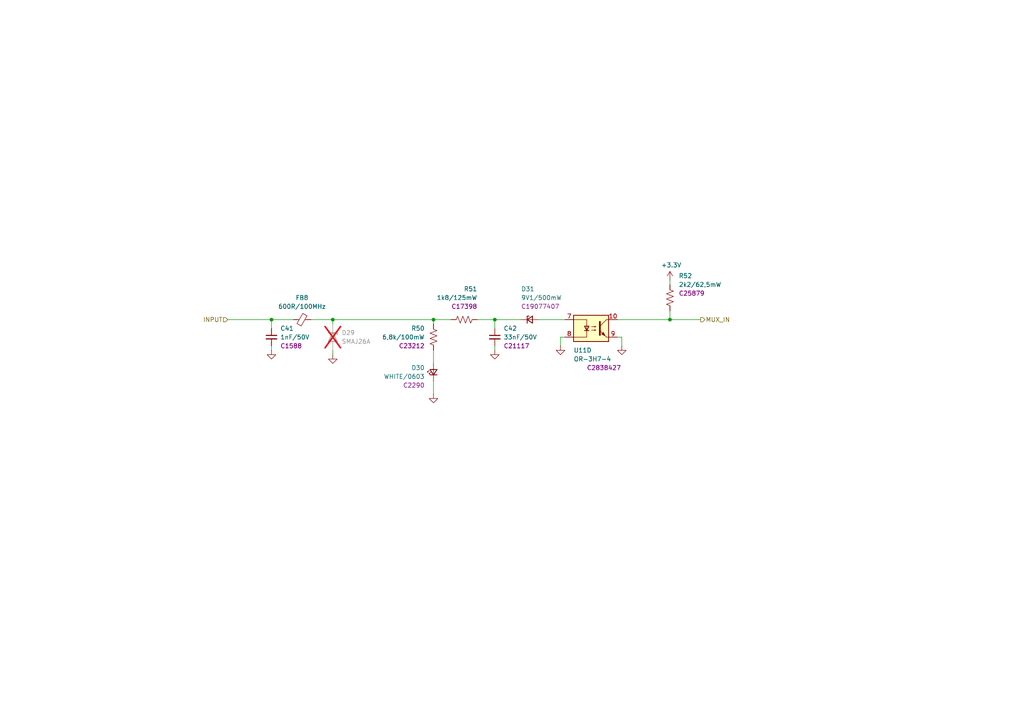
<source format=kicad_sch>
(kicad_sch (version 20231120) (generator "eeschema") (generator_version "8.0")
  (paper "A4")
  (lib_symbols
    (symbol "Device:C_Small" (pin_numbers hide) (pin_names (offset 0.254) hide)
      (property "Reference" "C" (at 0.254 1.778 0))
      (property "Value" "C_Small" (at 0.254 -2.032 0))
      (symbol "C_Small_0_1"
        (polyline (pts (xy -1.524 -0.508) (xy 1.524 -0.508)) (stroke (width 0.3302)))
        (polyline (pts (xy -1.524 0.508) (xy 1.524 0.508)) (stroke (width 0.3048)))
      )
      (symbol "C_Small_1_1"
        (pin passive line (at 0 2.54 270) (length 2.032) (name "~") (number "1"))
        (pin passive line (at 0 -2.54 90) (length 2.032) (name "~") (number "2"))
      )
    )
    (symbol "Device:D_Zener_Small" (pin_numbers hide) (pin_names (offset 0.254) hide)
      (property "Reference" "D" (at 0 2.286 0))
      (property "Value" "D_Zener_Small" (at 0 -2.286 0))
      (symbol "D_Zener_Small_0_1"
        (polyline (pts (xy 0.762 0) (xy -0.762 0)))
        (polyline (pts (xy -0.254 1.016) (xy -0.762 1.016) (xy -0.762 -1.016)) (stroke (width 0.254)))
        (polyline (pts (xy 0.762 1.016) (xy -0.762 0) (xy 0.762 -1.016) (xy 0.762 1.016)) (stroke (width 0.254)))
      )
      (symbol "D_Zener_Small_1_1"
        (pin passive line (at -2.54 0 0) (length 1.778) (name "K") (number "1"))
        (pin passive line (at 2.54 0 180) (length 1.778) (name "A") (number "2"))
      )
    )
    (symbol "Device:FerriteBead_Small" (pin_numbers hide) (pin_names (offset 0))
      (property "Reference" "FB" (at 1.905 1.27 0))
      (property "Value" "FerriteBead_Small" (at 1.905 -1.27 0))
      (symbol "FerriteBead_Small_0_1"
        (polyline (pts (xy 0 -1.27) (xy 0 -0.7874)))
        (polyline (pts (xy 0 0.889) (xy 0 1.2954)))
        (polyline (pts (xy -1.8288 0.2794) (xy -1.1176 1.4986) (xy 1.8288 -0.2032) (xy 1.1176 -1.4224) (xy -1.8288 0.2794)))
      )
      (symbol "FerriteBead_Small_1_1"
        (pin passive line (at 0 2.54 270) (length 1.27) (name "~") (number "1"))
        (pin passive line (at 0 -2.54 90) (length 1.27) (name "~") (number "2"))
      )
    )
    (symbol "Device:LED_Small" (pin_numbers hide) (pin_names (offset 0.254) hide)
      (property "Reference" "D" (at -1.27 3.175 0))
      (property "Value" "LED_Small" (at -4.445 -2.54 0))
      (symbol "LED_Small_0_1"
        (polyline (pts (xy -0.762 -1.016) (xy -0.762 1.016)) (stroke (width 0.254)))
        (polyline (pts (xy 1.016 0) (xy -0.762 0)))
        (polyline (pts (xy 0.762 -1.016) (xy -0.762 0) (xy 0.762 1.016) (xy 0.762 -1.016)) (stroke (width 0.254)))
        (polyline (pts (xy 0 0.762) (xy -0.508 1.27) (xy -0.254 1.27) (xy -0.508 1.27) (xy -0.508 1.016)))
        (polyline (pts (xy 0.508 1.27) (xy 0 1.778) (xy 0.254 1.778) (xy 0 1.778) (xy 0 1.524)))
      )
      (symbol "LED_Small_1_1"
        (pin passive line (at -2.54 0 0) (length 1.778) (name "K") (number "1"))
        (pin passive line (at 2.54 0 180) (length 1.778) (name "A") (number "2"))
      )
    )
    (symbol "Device:R_US" (pin_numbers hide) (pin_names (offset 0))
      (property "Reference" "R" (at 2.54 0 90))
      (property "Value" "R_US" (at -2.54 0 90))
      (symbol "R_US_0_1"
        (polyline (pts (xy 0 -2.286) (xy 0 -2.54)))
        (polyline (pts (xy 0 2.286) (xy 0 2.54)))
        (polyline (pts (xy 0 -0.762) (xy 1.016 -1.143) (xy 0 -1.524) (xy -1.016 -1.905) (xy 0 -2.286)))
        (polyline (pts (xy 0 0.762) (xy 1.016 0.381) (xy 0 0) (xy -1.016 -0.381) (xy 0 -0.762)))
        (polyline (pts (xy 0 2.286) (xy 1.016 1.905) (xy 0 1.524) (xy -1.016 1.143) (xy 0 0.762)))
      )
      (symbol "R_US_1_1"
        (pin passive line (at 0 3.81 270) (length 1.27) (name "~") (number "1"))
        (pin passive line (at 0 -3.81 90) (length 1.27) (name "~") (number "2"))
      )
    )
    (symbol "Diode:SMAJ26A" (pin_numbers hide) (pin_names (offset 1.016) hide)
      (property "Reference" "D" (at 0 2.54 0))
      (property "Value" "SMAJ26A" (at 0 -2.54 0))
      (symbol "SMAJ26A_0_1"
        (polyline (pts (xy -0.762 1.27) (xy -1.27 1.27) (xy -1.27 -1.27)) (stroke (width 0.254)))
        (polyline (pts (xy 1.27 1.27) (xy 1.27 -1.27) (xy -1.27 0) (xy 1.27 1.27)) (stroke (width 0.254)))
      )
      (symbol "SMAJ26A_1_1"
        (pin passive line (at -3.81 0 0) (length 2.54) (name "A1") (number "1"))
        (pin passive line (at 3.81 0 180) (length 2.54) (name "A2") (number "2"))
      )
    )
    (symbol "Tales:+3.3V" (power) (pin_names (offset 0))
      (property "Value" "+3.3V" (at 0 3.556 0))
      (symbol "+3.3V_0_1"
        (polyline (pts (xy -0.762 1.27) (xy 0 2.54)))
        (polyline (pts (xy 0 0) (xy 0 2.54)))
        (polyline (pts (xy 0 2.54) (xy 0.762 1.27)))
      )
      (symbol "+3.3V_1_1"
        (pin power_in line (at 0 0 90) (length 0) hide (name "+3.3V") (number "1"))
      )
    )
    (symbol "Tales:OR-3H7-4" (pin_names (offset 1.016))
      (property "Reference" "U" (at -5.08 5.08 0))
      (property "Value" "OR-3H7-4" (at 0 5.08 0))
      (symbol "OR-3H7-4_0_1"
        (rectangle (start -5.08 3.81) (end 5.08 -3.81) (stroke (width 0.254)) (fill (type background)))
        (polyline (pts (xy -1.905 -0.635) (xy -0.635 -0.635)) (stroke (width 0.254)))
        (polyline (pts (xy 2.54 0.635) (xy 4.445 2.54)))
        (polyline (pts (xy 4.445 -2.54) (xy 2.54 -0.635)) (fill (type outline)))
        (polyline (pts (xy 4.445 -2.54) (xy 5.08 -2.54)))
        (polyline (pts (xy 4.445 2.54) (xy 5.08 2.54)))
        (polyline (pts (xy -5.08 2.54) (xy -1.27 2.54) (xy -1.27 -0.635)))
        (polyline (pts (xy -1.27 -0.635) (xy -1.27 -2.54) (xy -5.08 -2.54)))
        (polyline (pts (xy 2.54 1.905) (xy 2.54 -1.905) (xy 2.54 -1.905)) (stroke (width 0.508)))
        (polyline (pts (xy -1.27 -0.635) (xy -1.905 0.635) (xy -0.635 0.635) (xy -1.27 -0.635)) (stroke (width 0.254)))
        (polyline (pts (xy 0.127 -0.508) (xy 1.397 -0.508) (xy 1.016 -0.635) (xy 1.016 -0.381) (xy 1.397 -0.508)))
        (polyline (pts (xy 0.127 0.508) (xy 1.397 0.508) (xy 1.016 0.381) (xy 1.016 0.635) (xy 1.397 0.508)))
        (polyline (pts (xy 3.048 -1.651) (xy 3.556 -1.143) (xy 4.064 -2.159) (xy 3.048 -1.651) (xy 3.048 -1.651)) (fill (type outline)))
      )
      (symbol "OR-3H7-4_1_1"
        (pin passive line (at -7.62 2.54 0) (length 2.54) (name "~") (number "1"))
        (pin passive line (at 7.62 -2.54 180) (length 2.54) (name "~") (number "15"))
        (pin passive line (at 7.62 2.54 180) (length 2.54) (name "~") (number "16"))
        (pin passive line (at -7.62 -2.54 0) (length 2.54) (name "~") (number "2"))
      )
      (symbol "OR-3H7-4_2_1"
        (pin passive line (at 7.62 -2.54 180) (length 2.54) (name "~") (number "13"))
        (pin passive line (at 7.62 2.54 180) (length 2.54) (name "~") (number "14"))
        (pin passive line (at -7.62 2.54 0) (length 2.54) (name "~") (number "3"))
        (pin passive line (at -7.62 -2.54 0) (length 2.54) (name "~") (number "4"))
      )
      (symbol "OR-3H7-4_3_1"
        (pin passive line (at 7.62 -2.54 180) (length 2.54) (name "~") (number "11"))
        (pin passive line (at 7.62 2.54 180) (length 2.54) (name "~") (number "12"))
        (pin passive line (at -7.62 2.54 0) (length 2.54) (name "~") (number "5"))
        (pin passive line (at -7.62 -2.54 0) (length 2.54) (name "~") (number "6"))
      )
      (symbol "OR-3H7-4_4_1"
        (pin passive line (at 7.62 2.54 180) (length 2.54) (name "~") (number "10"))
        (pin passive line (at -7.62 2.54 0) (length 2.54) (name "~") (number "7"))
        (pin passive line (at -7.62 -2.54 0) (length 2.54) (name "~") (number "8"))
        (pin passive line (at 7.62 -2.54 180) (length 2.54) (name "~") (number "9"))
      )
    )
    (symbol "power:GND" (power) (pin_numbers hide) (pin_names (offset 0) hide)
      (property "Value" "GND" (at 0 -3.81 0))
      (symbol "GND_0_1"
        (polyline (pts (xy 0 0) (xy 0 -1.27) (xy 1.27 -1.27) (xy 0 -2.54) (xy -1.27 -1.27) (xy 0 -1.27)))
      )
      (symbol "GND_1_1"
        (pin power_in line (at 0 0 270) (length 0) (name "~") (number "1"))
      )
    )
  )
  (junction (at 96.52 92.71))
  (junction (at 78.74 92.71))
  (junction (at 143.51 92.71))
  (junction (at 125.73 92.71))
  (junction (at 194.31 92.71))
  (wire (pts (xy 96.52 92.71) (xy 96.52 93.98)))
  (wire (pts (xy 180.34 97.79) (xy 180.34 100.33)))
  (wire (pts (xy 179.07 92.71) (xy 194.31 92.71)))
  (wire (pts (xy 138.43 92.71) (xy 143.51 92.71)))
  (wire (pts (xy 194.31 81.28) (xy 194.31 82.55)))
  (wire (pts (xy 194.31 92.71) (xy 203.2 92.71)))
  (wire (pts (xy 194.31 90.17) (xy 194.31 92.71)))
  (wire (pts (xy 156.21 92.71) (xy 163.83 92.71)))
  (wire (pts (xy 143.51 100.33) (xy 143.51 101.6)))
  (wire (pts (xy 125.73 110.49) (xy 125.73 114.3)))
  (wire (pts (xy 96.52 101.6) (xy 96.52 102.87)))
  (wire (pts (xy 143.51 95.25) (xy 143.51 92.71)))
  (wire (pts (xy 143.51 92.71) (xy 151.13 92.71)))
  (wire (pts (xy 66.04 92.71) (xy 78.74 92.71)))
  (wire (pts (xy 125.73 92.71) (xy 125.73 93.98)))
  (wire (pts (xy 125.73 101.6) (xy 125.73 105.41)))
  (wire (pts (xy 96.52 92.71) (xy 125.73 92.71)))
  (wire (pts (xy 179.07 97.79) (xy 180.34 97.79)))
  (wire (pts (xy 162.56 97.79) (xy 162.56 100.33)))
  (wire (pts (xy 78.74 92.71) (xy 85.09 92.71)))
  (wire (pts (xy 78.74 92.71) (xy 78.74 95.25)))
  (wire (pts (xy 163.83 97.79) (xy 162.56 97.79)))
  (wire (pts (xy 125.73 92.71) (xy 130.81 92.71)))
  (wire (pts (xy 90.17 92.71) (xy 96.52 92.71)))
  (wire (pts (xy 78.74 100.33) (xy 78.74 101.6)))
  (hierarchical_label "INPUT" (shape input) (at 66.04 92.71 180))
  (hierarchical_label "MUX_IN" (shape output) (at 203.2 92.71 0))
  (symbol (lib_id "Device:R_US") (at 134.62 92.71 270) (unit 1)
    (property "Reference" "R51" (at 138.43 83.82 90) (effects (justify right)))
    (property "Value" "1k8/125mW" (at 138.43 86.36 90) (effects (justify right)))
    (property "Footprint" "Tales:R_0805_2012Metric" (effects (hide yes)))
    (property "Case" "0805/2012" (effects (hide yes)))
    (property "Mfr" "Uniroyal" (effects (hide yes)))
    (property "Vendor" "JLCPCB" (effects (hide yes)))
    (property "Mfr PN" "0805W8F1801T5E" (effects (hide yes)))
    (property "Vendor PN" "C17398" (effects (hide yes)))
    (property "LCSC Part #" "C17398" (at 138.43 88.9 90) (effects (justify right)))
    (property "JLCPCB BOM" "1" (effects (hide yes)))
    (instances (project "esp-24v-16ch-v4" (path "" (reference "R51") (unit 1)) (path "" (reference "R39") (unit 1)) (path "" (reference "R60") (unit 1)) (path "" (reference "R42") (unit 1)) (path "" (reference "R45") (unit 1)) (path "" (reference "R54") (unit 1)) (path "" (reference "R57") (unit 1)) (path "" (reference "R66") (unit 1)) (path "" (reference "R69") (unit 1)) (path "" (reference "R33") (unit 1)) (path "" (reference "R75") (unit 1)) (path "" (reference "R63") (unit 1)) (path "" (reference "R72") (unit 1)) (path "" (reference "R48") (unit 1)) (path "" (reference "R30") (unit 1)) (path "" (reference "R36") (unit 1))))
  )
  (symbol (lib_id "power:GND") (at 125.73 114.3 0) (unit 1)
    (property "Reference" "#PWR0138" (effects (hide yes)))
    (property "Value" "GND" (effects (hide yes)))
    (property "Description" "Power symbol creates a global label with name \"GND\" , ground" (effects (hide yes)))
    (instances (project "esp-24v-16ch-v4" (path "" (reference "#PWR0138") (unit 1)) (path "" (reference "#PWR0110") (unit 1)) (path "" (reference "#PWR0159") (unit 1)) (path "" (reference "#PWR0117") (unit 1)) (path "" (reference "#PWR0124") (unit 1)) (path "" (reference "#PWR0145") (unit 1)) (path "" (reference "#PWR0152") (unit 1)) (path "" (reference "#PWR0173") (unit 1)) (path "" (reference "#PWR0180") (unit 1)) (path "" (reference "#PWR096") (unit 1)) (path "" (reference "#PWR0194") (unit 1)) (path "" (reference "#PWR0166") (unit 1)) (path "" (reference "#PWR0187") (unit 1)) (path "" (reference "#PWR0131") (unit 1)) (path "" (reference "#PWR089") (unit 1)) (path "" (reference "#PWR0103") (unit 1))))
  )
  (symbol (lib_id "power:GND") (at 78.74 101.6 0) (unit 1)
    (property "Reference" "#PWR0136" (effects (hide yes)))
    (property "Value" "GND" (effects (hide yes)))
    (property "Description" "Power symbol creates a global label with name \"GND\" , ground" (effects (hide yes)))
    (instances (project "esp-24v-16ch-v4" (path "" (reference "#PWR0136") (unit 1)) (path "" (reference "#PWR0108") (unit 1)) (path "" (reference "#PWR0157") (unit 1)) (path "" (reference "#PWR0115") (unit 1)) (path "" (reference "#PWR0122") (unit 1)) (path "" (reference "#PWR0143") (unit 1)) (path "" (reference "#PWR0150") (unit 1)) (path "" (reference "#PWR0171") (unit 1)) (path "" (reference "#PWR0178") (unit 1)) (path "" (reference "#PWR094") (unit 1)) (path "" (reference "#PWR0192") (unit 1)) (path "" (reference "#PWR0164") (unit 1)) (path "" (reference "#PWR0185") (unit 1)) (path "" (reference "#PWR0129") (unit 1)) (path "" (reference "#PWR087") (unit 1)) (path "" (reference "#PWR0101") (unit 1))))
  )
  (symbol (lib_id "Device:FerriteBead_Small") (at 87.63 92.71 90) (unit 1)
    (property "Reference" "FB8" (at 87.5919 86.36 90))
    (property "Value" "600R/100MHz" (at 87.5919 88.9 90))
    (property "Footprint" "Tales:R_0603_1608Metric" (effects (hide yes)))
    (property "Description" "Ferrite bead, small symbol" (effects (hide yes)))
    (property "Case" "0603/1608" (effects (hide yes)))
    (property "JLCPCB BOM" "1" (effects (hide yes)))
    (property "LCSC Part #" "C85833" (effects (hide yes)))
    (property "Mfr" "Murata Electronics" (effects (hide yes)))
    (property "Mfr PN" "BLM18KG601SN1D" (effects (hide yes)))
    (property "Technology" "Ferrite Bead" (effects (hide yes)))
    (property "Vendor" "JLCPCB" (effects (hide yes)))
    (property "Vendor PN" "C85833" (effects (hide yes)))
    (instances (project "esp-24v-16ch-v4" (path "" (reference "FB8") (unit 1)) (path "" (reference "FB4") (unit 1)) (path "" (reference "FB11") (unit 1)) (path "" (reference "FB5") (unit 1)) (path "" (reference "FB6") (unit 1)) (path "" (reference "FB9") (unit 1)) (path "" (reference "FB10") (unit 1)) (path "" (reference "FB13") (unit 1)) (path "" (reference "FB14") (unit 1)) (path "" (reference "FB2") (unit 1)) (path "" (reference "FB16") (unit 1)) (path "" (reference "FB12") (unit 1)) (path "" (reference "FB15") (unit 1)) (path "" (reference "FB7") (unit 1)) (path "" (reference "FB1") (unit 1)) (path "" (reference "FB3") (unit 1))))
  )
  (symbol (lib_id "Diode:SMAJ26A") (at 96.52 97.79 270) (unit 1) (in_bom no) (on_board no) (dnp yes)
    (property "Reference" "D29" (at 99.06 96.5199 90) (effects (justify left)))
    (property "Value" "SMAJ26A" (at 99.06 99.0599 90) (effects (justify left)))
    (property "Footprint" "Tales:D_SMA" (effects (hide yes)))
    (property "Datasheet" "https://www.littelfuse.com/media?resourcetype=datasheets&itemid=75e32973-b177-4ee3-a0ff-cedaf1abdb93&filename=smaj-datasheet" (effects (hide yes)))
    (property "Description" "400W unidirectional Transient Voltage Suppressor, 26.0Vr, SMA(DO-214AC)" (effects (hide yes)))
    (property "Case" "SMA" (effects (hide yes)))
    (property "JLCPCB BOM" "1" (effects (hide yes)))
    (property "LCSC Part #" "C19077543" (effects (hide yes)))
    (property "Mfr" "hongjiacheng" (effects (hide yes)))
    (property "Mfr PN" "SMAJ26A" (effects (hide yes)))
    (property "Technology" "TVS" (effects (hide yes)))
    (property "Vendor" "JLCPCB" (effects (hide yes)))
    (property "Vendor PN" "C19077543" (effects (hide yes)))
    (instances (project "esp-24v-16ch-v4" (path "" (reference "D29") (unit 1)) (path "" (reference "D17") (unit 1)) (path "" (reference "D38") (unit 1)) (path "" (reference "D20") (unit 1)) (path "" (reference "D23") (unit 1)) (path "" (reference "D32") (unit 1)) (path "" (reference "D35") (unit 1)) (path "" (reference "D44") (unit 1)) (path "" (reference "D47") (unit 1)) (path "" (reference "D11") (unit 1)) (path "" (reference "D53") (unit 1)) (path "" (reference "D41") (unit 1)) (path "" (reference "D50") (unit 1)) (path "" (reference "D26") (unit 1)) (path "" (reference "D8") (unit 1)) (path "" (reference "D14") (unit 1))))
  )
  (symbol (lib_id "Device:C_Small") (at 143.51 97.79 0) (unit 1)
    (property "Reference" "C42" (at 146.05 95.2562 0) (effects (justify left)))
    (property "Value" "33nF/50V" (at 146.05 97.7962 0) (effects (justify left)))
    (property "Footprint" "Tales:C_0603_1608Metric" (effects (hide yes)))
    (property "Technology" "Ceramic X7R" (effects (hide yes)))
    (property "Case" "0603/1608" (effects (hide yes)))
    (property "Mfr" "Samsung" (effects (hide yes)))
    (property "Mfr PN" "CL10B333KB8NNNC" (effects (hide yes)))
    (property "Vendor" "JLCPCB" (effects (hide yes)))
    (property "Vendor PN" "C21117" (effects (hide yes)))
    (property "LCSC Part #" "C21117" (at 146.05 100.3362 0) (effects (justify left)))
    (property "JLCPCB BOM" "1" (effects (hide yes)))
    (instances (project "esp-24v-16ch-v4" (path "" (reference "C42") (unit 1)) (path "" (reference "C34") (unit 1)) (path "" (reference "C48") (unit 1)) (path "" (reference "C36") (unit 1)) (path "" (reference "C38") (unit 1)) (path "" (reference "C44") (unit 1)) (path "" (reference "C46") (unit 1)) (path "" (reference "C52") (unit 1)) (path "" (reference "C54") (unit 1)) (path "" (reference "C30") (unit 1)) (path "" (reference "C58") (unit 1)) (path "" (reference "C50") (unit 1)) (path "" (reference "C56") (unit 1)) (path "" (reference "C40") (unit 1)) (path "" (reference "C28") (unit 1)) (path "" (reference "C32") (unit 1))))
  )
  (symbol (lib_id "power:GND") (at 162.56 100.33 0) (unit 1)
    (property "Reference" "#PWR0140" (effects (hide yes)))
    (property "Value" "GND" (effects (hide yes)))
    (property "Description" "Power symbol creates a global label with name \"GND\" , ground" (effects (hide yes)))
    (instances (project "esp-24v-16ch-v4" (path "" (reference "#PWR0140") (unit 1)) (path "" (reference "#PWR0112") (unit 1)) (path "" (reference "#PWR0161") (unit 1)) (path "" (reference "#PWR0119") (unit 1)) (path "" (reference "#PWR0126") (unit 1)) (path "" (reference "#PWR0147") (unit 1)) (path "" (reference "#PWR0154") (unit 1)) (path "" (reference "#PWR0175") (unit 1)) (path "" (reference "#PWR0182") (unit 1)) (path "" (reference "#PWR098") (unit 1)) (path "" (reference "#PWR0196") (unit 1)) (path "" (reference "#PWR0168") (unit 1)) (path "" (reference "#PWR0189") (unit 1)) (path "" (reference "#PWR0133") (unit 1)) (path "" (reference "#PWR091") (unit 1)) (path "" (reference "#PWR0105") (unit 1))))
  )
  (symbol (lib_id "Device:LED_Small") (at 125.73 107.95 90) (unit 1)
    (property "Reference" "D30" (at 123.19 106.68 90) (effects (justify left)))
    (property "Value" "WHITE/0603" (at 123.19 109.22 90) (effects (justify left)))
    (property "Footprint" "Tales:LED_0603_1608Metric" (effects (hide yes)))
    (property "Case" "0603/1608" (effects (hide yes)))
    (property "Mfr" "Hubei KENTO Elec" (effects (hide yes)))
    (property "Mfr PN" "KT-0603W" (effects (hide yes)))
    (property "Vendor" "JLCPCB" (effects (hide yes)))
    (property "Vendor PN" "C2290" (effects (hide yes)))
    (property "LCSC Part #" "C2290" (at 123.19 111.76 90) (effects (justify left)))
    (property "JLCPCB BOM" "1" (effects (hide yes)))
    (instances (project "esp-24v-16ch-v4" (path "" (reference "D30") (unit 1)) (path "" (reference "D18") (unit 1)) (path "" (reference "D39") (unit 1)) (path "" (reference "D21") (unit 1)) (path "" (reference "D24") (unit 1)) (path "" (reference "D33") (unit 1)) (path "" (reference "D36") (unit 1)) (path "" (reference "D45") (unit 1)) (path "" (reference "D48") (unit 1)) (path "" (reference "D12") (unit 1)) (path "" (reference "D54") (unit 1)) (path "" (reference "D42") (unit 1)) (path "" (reference "D51") (unit 1)) (path "" (reference "D27") (unit 1)) (path "" (reference "D9") (unit 1)) (path "" (reference "D15") (unit 1))))
  )
  (symbol (lib_id "Device:D_Zener_Small") (at 153.67 92.71 0) (unit 1)
    (property "Reference" "D31" (at 151.13 83.82 0) (effects (justify left)))
    (property "Value" "9V1/500mW" (at 151.13 86.36 0) (effects (justify left)))
    (property "Footprint" "Tales:D_SOD-123" (effects (hide yes)))
    (property "Case" "SOD-123" (effects (hide yes)))
    (property "Mfr" "hongjiacheng" (effects (hide yes)))
    (property "Mfr PN" "BZT52C9V1" (effects (hide yes)))
    (property "Technology" "Zener" (effects (hide yes)))
    (property "Vendor" "JLCPCB" (effects (hide yes)))
    (property "Vendor PN" "C19077407" (effects (hide yes)))
    (property "JLCPCB BOM" "1" (effects (hide yes)))
    (property "LCSC Part #" "C19077407" (at 151.13 88.9 0) (effects (justify left)))
    (instances (project "esp-24v-16ch-v4" (path "" (reference "D31") (unit 1)) (path "" (reference "D19") (unit 1)) (path "" (reference "D40") (unit 1)) (path "" (reference "D22") (unit 1)) (path "" (reference "D25") (unit 1)) (path "" (reference "D34") (unit 1)) (path "" (reference "D37") (unit 1)) (path "" (reference "D46") (unit 1)) (path "" (reference "D49") (unit 1)) (path "" (reference "D13") (unit 1)) (path "" (reference "D55") (unit 1)) (path "" (reference "D43") (unit 1)) (path "" (reference "D52") (unit 1)) (path "" (reference "D28") (unit 1)) (path "" (reference "D10") (unit 1)) (path "" (reference "D16") (unit 1))))
  )
  (symbol (lib_id "Tales:+3.3V") (at 194.31 81.28 0) (unit 1)
    (property "Reference" "#PWR0142" (effects (hide yes)))
    (property "Value" "+3.3V" (at 194.691 76.8858 0))
    (property "Description" "Power symbol creates a global label with name \"+3.3V\"" (effects (hide yes)))
    (instances (project "esp-24v-16ch-v4" (path "" (reference "#PWR0142") (unit 1)) (path "" (reference "#PWR0114") (unit 1)) (path "" (reference "#PWR0163") (unit 1)) (path "" (reference "#PWR0121") (unit 1)) (path "" (reference "#PWR0128") (unit 1)) (path "" (reference "#PWR0149") (unit 1)) (path "" (reference "#PWR0156") (unit 1)) (path "" (reference "#PWR0177") (unit 1)) (path "" (reference "#PWR0184") (unit 1)) (path "" (reference "#PWR0100") (unit 1)) (path "" (reference "#PWR0198") (unit 1)) (path "" (reference "#PWR0170") (unit 1)) (path "" (reference "#PWR0191") (unit 1)) (path "" (reference "#PWR0135") (unit 1)) (path "" (reference "#PWR093") (unit 1)) (path "" (reference "#PWR0107") (unit 1))))
  )
  (symbol (lib_id "Device:R_US") (at 194.31 86.36 0) (unit 1)
    (property "Reference" "R52" (at 196.85 80.01 0) (effects (justify left)))
    (property "Value" "2k2/62,5mW" (at 196.85 82.55 0) (effects (justify left)))
    (property "Footprint" "Tales:R_0402_1005Metric" (effects (hide yes)))
    (property "Case" "0402/1005" (effects (hide yes)))
    (property "Mfr" "Uniroyal" (effects (hide yes)))
    (property "Vendor" "JLCPCB" (effects (hide yes)))
    (property "Mfr PN" "0402WGF2201TCE" (effects (hide yes)))
    (property "Vendor PN" "C25879" (effects (hide yes)))
    (property "LCSC Part #" "C25879" (at 196.85 85.09 0) (effects (justify left)))
    (property "JLCPCB BOM" "1" (effects (hide yes)))
    (instances (project "esp-24v-16ch-v4" (path "" (reference "R52") (unit 1)) (path "" (reference "R40") (unit 1)) (path "" (reference "R61") (unit 1)) (path "" (reference "R43") (unit 1)) (path "" (reference "R46") (unit 1)) (path "" (reference "R55") (unit 1)) (path "" (reference "R58") (unit 1)) (path "" (reference "R67") (unit 1)) (path "" (reference "R70") (unit 1)) (path "" (reference "R34") (unit 1)) (path "" (reference "R76") (unit 1)) (path "" (reference "R64") (unit 1)) (path "" (reference "R73") (unit 1)) (path "" (reference "R49") (unit 1)) (path "" (reference "R31") (unit 1)) (path "" (reference "R37") (unit 1))))
  )
  (symbol (lib_id "power:GND") (at 143.51 101.6 0) (unit 1)
    (property "Reference" "#PWR0139" (effects (hide yes)))
    (property "Value" "GND" (effects (hide yes)))
    (property "Description" "Power symbol creates a global label with name \"GND\" , ground" (effects (hide yes)))
    (instances (project "esp-24v-16ch-v4" (path "" (reference "#PWR0139") (unit 1)) (path "" (reference "#PWR0111") (unit 1)) (path "" (reference "#PWR0160") (unit 1)) (path "" (reference "#PWR0118") (unit 1)) (path "" (reference "#PWR0125") (unit 1)) (path "" (reference "#PWR0146") (unit 1)) (path "" (reference "#PWR0153") (unit 1)) (path "" (reference "#PWR0174") (unit 1)) (path "" (reference "#PWR0181") (unit 1)) (path "" (reference "#PWR097") (unit 1)) (path "" (reference "#PWR0195") (unit 1)) (path "" (reference "#PWR0167") (unit 1)) (path "" (reference "#PWR0188") (unit 1)) (path "" (reference "#PWR0132") (unit 1)) (path "" (reference "#PWR090") (unit 1)) (path "" (reference "#PWR0104") (unit 1))))
  )
  (symbol (lib_id "Device:C_Small") (at 78.74 97.79 0) (unit 1)
    (property "Reference" "C41" (at 81.28 95.2562 0) (effects (justify left)))
    (property "Value" "1nF/50V" (at 81.28 97.7962 0) (effects (justify left)))
    (property "Footprint" "Tales:C_0603_1608Metric" (effects (hide yes)))
    (property "Technology" "Ceramic X7R" (effects (hide yes)))
    (property "Case" "0603/1608" (effects (hide yes)))
    (property "Mfr" "Samsung" (effects (hide yes)))
    (property "Mfr PN" "CL10B102KB8NNNC" (effects (hide yes)))
    (property "Vendor" "JLCPCB" (effects (hide yes)))
    (property "Vendor PN" "C1588" (effects (hide yes)))
    (property "LCSC Part #" "C1588" (at 81.28 100.3362 0) (effects (justify left)))
    (property "JLCPCB BOM" "1" (effects (hide yes)))
    (instances (project "esp-24v-16ch-v4" (path "" (reference "C41") (unit 1)) (path "" (reference "C33") (unit 1)) (path "" (reference "C47") (unit 1)) (path "" (reference "C35") (unit 1)) (path "" (reference "C37") (unit 1)) (path "" (reference "C43") (unit 1)) (path "" (reference "C45") (unit 1)) (path "" (reference "C51") (unit 1)) (path "" (reference "C53") (unit 1)) (path "" (reference "C29") (unit 1)) (path "" (reference "C57") (unit 1)) (path "" (reference "C49") (unit 1)) (path "" (reference "C55") (unit 1)) (path "" (reference "C39") (unit 1)) (path "" (reference "C27") (unit 1)) (path "" (reference "C31") (unit 1))))
  )
  (symbol (lib_id "power:GND") (at 180.34 100.33 0) (unit 1)
    (property "Reference" "#PWR0141" (effects (hide yes)))
    (property "Value" "GND" (effects (hide yes)))
    (property "Description" "Power symbol creates a global label with name \"GND\" , ground" (effects (hide yes)))
    (instances (project "esp-24v-16ch-v4" (path "" (reference "#PWR0141") (unit 1)) (path "" (reference "#PWR0113") (unit 1)) (path "" (reference "#PWR0162") (unit 1)) (path "" (reference "#PWR0120") (unit 1)) (path "" (reference "#PWR0127") (unit 1)) (path "" (reference "#PWR0148") (unit 1)) (path "" (reference "#PWR0155") (unit 1)) (path "" (reference "#PWR0176") (unit 1)) (path "" (reference "#PWR0183") (unit 1)) (path "" (reference "#PWR099") (unit 1)) (path "" (reference "#PWR0197") (unit 1)) (path "" (reference "#PWR0169") (unit 1)) (path "" (reference "#PWR0190") (unit 1)) (path "" (reference "#PWR0134") (unit 1)) (path "" (reference "#PWR092") (unit 1)) (path "" (reference "#PWR0106") (unit 1))))
  )
  (symbol (lib_id "power:GND") (at 96.52 102.87 0) (unit 1)
    (property "Reference" "#PWR0137" (effects (hide yes)))
    (property "Value" "GND" (effects (hide yes)))
    (property "Description" "Power symbol creates a global label with name \"GND\" , ground" (effects (hide yes)))
    (instances (project "esp-24v-16ch-v4" (path "" (reference "#PWR0137") (unit 1)) (path "" (reference "#PWR0109") (unit 1)) (path "" (reference "#PWR0158") (unit 1)) (path "" (reference "#PWR0116") (unit 1)) (path "" (reference "#PWR0123") (unit 1)) (path "" (reference "#PWR0144") (unit 1)) (path "" (reference "#PWR0151") (unit 1)) (path "" (reference "#PWR0172") (unit 1)) (path "" (reference "#PWR0179") (unit 1)) (path "" (reference "#PWR095") (unit 1)) (path "" (reference "#PWR0193") (unit 1)) (path "" (reference "#PWR0165") (unit 1)) (path "" (reference "#PWR0186") (unit 1)) (path "" (reference "#PWR0130") (unit 1)) (path "" (reference "#PWR088") (unit 1)) (path "" (reference "#PWR0102") (unit 1))))
  )
  (symbol (lib_id "Tales:OR-3H7-4") (at 171.45 95.25 0) (unit 4)
    (property "Reference" "U11" (at 166.37 101.6 0) (effects (justify left)))
    (property "Value" "OR-3H7-4" (at 166.37 104.14 0) (effects (justify left)))
    (property "Footprint" "Tales:SOP-16_4.4x10.4mm_P1.27mm" (effects (hide yes)))
    (property "Description" "Quad DC Optocoupler, Vce 80V, CTR 100%, SOP16" (effects (hide yes)))
    (property "JLCPCB BOM" "1" (effects (hide yes)))
    (property "LCSC Part #" "C2838427" (at 170.18 106.68 0) (effects (justify left)))
    (property "Mfr PN" "OR-3H7-4GB-TA1-G" (effects (hide yes)))
    (property "Vendor PN" "C2838427" (effects (hide yes)))
    (property "Case" "SOP-16-4.4" (effects (hide yes)))
    (property "Mfr" "Orient" (effects (hide yes)))
    (property "Vendor" "JLCPCB" (effects (hide yes)))
    (instances (project "esp-24v-16ch-v4" (path "" (reference "U11") (unit 4)) (path "" (reference "U10") (unit 4)) (path "" (reference "U12") (unit 3)) (path "" (reference "U11") (unit 1)) (path "" (reference "U11") (unit 2)) (path "" (reference "U12") (unit 1)) (path "" (reference "U12") (unit 2)) (path "" (reference "U13") (unit 1)) (path "" (reference "U13") (unit 2)) (path "" (reference "U10") (unit 2)) (path "" (reference "U13") (unit 4)) (path "" (reference "U12") (unit 4)) (path "" (reference "U13") (unit 3)) (path "" (reference "U11") (unit 3)) (path "" (reference "U10") (unit 1)) (path "" (reference "U10") (unit 3))))
  )
  (symbol (lib_id "Device:R_US") (at 125.73 97.79 0) (unit 1)
    (property "Reference" "R50" (at 123.19 95.25 0) (effects (justify right)))
    (property "Value" "6,8k/100mW" (at 123.19 97.79 0) (effects (justify right)))
    (property "Footprint" "Tales:R_0603_1608Metric" (effects (hide yes)))
    (property "Case" "0603/1608" (effects (hide yes)))
    (property "Mfr" "Uniroyal" (effects (hide yes)))
    (property "Mfr PN" "0603WAF6801T5E" (effects (hide yes)))
    (property "Vendor" "JLCPCB" (effects (hide yes)))
    (property "Vendor PN" "C23212 " (effects (hide yes)))
    (property "LCSC Part #" "C23212" (at 123.19 100.33 0) (effects (justify right)))
    (property "JLCPCB BOM" "1" (effects (hide yes)))
    (instances (project "esp-24v-16ch-v4" (path "" (reference "R50") (unit 1)) (path "" (reference "R38") (unit 1)) (path "" (reference "R59") (unit 1)) (path "" (reference "R41") (unit 1)) (path "" (reference "R44") (unit 1)) (path "" (reference "R53") (unit 1)) (path "" (reference "R56") (unit 1)) (path "" (reference "R65") (unit 1)) (path "" (reference "R68") (unit 1)) (path "" (reference "R32") (unit 1)) (path "" (reference "R74") (unit 1)) (path "" (reference "R62") (unit 1)) (path "" (reference "R71") (unit 1)) (path "" (reference "R47") (unit 1)) (path "" (reference "R29") (unit 1)) (path "" (reference "R35") (unit 1))))
  )
)
</source>
